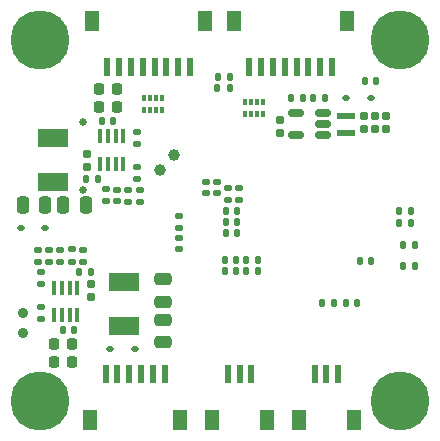
<source format=gbr>
%TF.GenerationSoftware,KiCad,Pcbnew,8.0.7*%
%TF.CreationDate,2025-02-13T13:50:40+08:00*%
%TF.ProjectId,NewSkyH7-Air,4e657753-6b79-4483-972d-4169722e6b69,rev?*%
%TF.SameCoordinates,Original*%
%TF.FileFunction,Soldermask,Bot*%
%TF.FilePolarity,Negative*%
%FSLAX46Y46*%
G04 Gerber Fmt 4.6, Leading zero omitted, Abs format (unit mm)*
G04 Created by KiCad (PCBNEW 8.0.7) date 2025-02-13 13:50:40*
%MOMM*%
%LPD*%
G01*
G04 APERTURE LIST*
G04 Aperture macros list*
%AMRoundRect*
0 Rectangle with rounded corners*
0 $1 Rounding radius*
0 $2 $3 $4 $5 $6 $7 $8 $9 X,Y pos of 4 corners*
0 Add a 4 corners polygon primitive as box body*
4,1,4,$2,$3,$4,$5,$6,$7,$8,$9,$2,$3,0*
0 Add four circle primitives for the rounded corners*
1,1,$1+$1,$2,$3*
1,1,$1+$1,$4,$5*
1,1,$1+$1,$6,$7*
1,1,$1+$1,$8,$9*
0 Add four rect primitives between the rounded corners*
20,1,$1+$1,$2,$3,$4,$5,0*
20,1,$1+$1,$4,$5,$6,$7,0*
20,1,$1+$1,$6,$7,$8,$9,0*
20,1,$1+$1,$8,$9,$2,$3,0*%
G04 Aperture macros list end*
%ADD10C,0.650000*%
%ADD11C,0.900000*%
%ADD12C,5.000000*%
%ADD13RoundRect,0.135000X0.185000X-0.135000X0.185000X0.135000X-0.185000X0.135000X-0.185000X-0.135000X0*%
%ADD14R,1.200000X1.800000*%
%ADD15R,0.600000X1.550000*%
%ADD16RoundRect,0.140000X-0.170000X0.140000X-0.170000X-0.140000X0.170000X-0.140000X0.170000X0.140000X0*%
%ADD17RoundRect,0.155000X-0.155000X0.212500X-0.155000X-0.212500X0.155000X-0.212500X0.155000X0.212500X0*%
%ADD18RoundRect,0.250000X-0.475000X0.250000X-0.475000X-0.250000X0.475000X-0.250000X0.475000X0.250000X0*%
%ADD19RoundRect,0.140000X0.140000X0.170000X-0.140000X0.170000X-0.140000X-0.170000X0.140000X-0.170000X0*%
%ADD20RoundRect,0.225000X-0.225000X-0.250000X0.225000X-0.250000X0.225000X0.250000X-0.225000X0.250000X0*%
%ADD21R,1.600000X0.550000*%
%ADD22RoundRect,0.225000X0.225000X0.250000X-0.225000X0.250000X-0.225000X-0.250000X0.225000X-0.250000X0*%
%ADD23R,0.320000X0.500000*%
%ADD24RoundRect,0.150000X0.512500X0.150000X-0.512500X0.150000X-0.512500X-0.150000X0.512500X-0.150000X0*%
%ADD25RoundRect,0.147500X0.147500X0.172500X-0.147500X0.172500X-0.147500X-0.172500X0.147500X-0.172500X0*%
%ADD26RoundRect,0.135000X-0.185000X0.135000X-0.185000X-0.135000X0.185000X-0.135000X0.185000X0.135000X0*%
%ADD27RoundRect,0.135000X0.135000X0.185000X-0.135000X0.185000X-0.135000X-0.185000X0.135000X-0.185000X0*%
%ADD28R,0.300000X1.300000*%
%ADD29RoundRect,0.112500X0.187500X0.112500X-0.187500X0.112500X-0.187500X-0.112500X0.187500X-0.112500X0*%
%ADD30C,1.000000*%
%ADD31RoundRect,0.135000X-0.135000X-0.185000X0.135000X-0.185000X0.135000X0.185000X-0.135000X0.185000X0*%
%ADD32RoundRect,0.112500X-0.187500X-0.112500X0.187500X-0.112500X0.187500X0.112500X-0.187500X0.112500X0*%
%ADD33R,2.500000X1.500000*%
%ADD34RoundRect,0.140000X0.170000X-0.140000X0.170000X0.140000X-0.170000X0.140000X-0.170000X-0.140000X0*%
%ADD35RoundRect,0.250000X0.250000X0.475000X-0.250000X0.475000X-0.250000X-0.475000X0.250000X-0.475000X0*%
%ADD36RoundRect,0.250000X-0.250000X-0.475000X0.250000X-0.475000X0.250000X0.475000X-0.250000X0.475000X0*%
%ADD37RoundRect,0.155000X0.155000X-0.212500X0.155000X0.212500X-0.155000X0.212500X-0.155000X-0.212500X0*%
%ADD38RoundRect,0.250000X0.475000X-0.250000X0.475000X0.250000X-0.475000X0.250000X-0.475000X-0.250000X0*%
%ADD39RoundRect,0.140000X-0.140000X-0.170000X0.140000X-0.170000X0.140000X0.170000X-0.140000X0.170000X0*%
G04 APERTURE END LIST*
D10*
%TO.C,U4*%
X132103500Y-73200000D03*
X132103500Y-78980000D03*
%TD*%
D11*
%TO.C,SW1*%
X127010000Y-91110000D03*
X127010000Y-89410000D03*
%TD*%
D12*
%TO.C,J1*%
X128455000Y-66305000D03*
X128455000Y-96805000D03*
X158955000Y-66305000D03*
X158955000Y-96805000D03*
%TD*%
D13*
%TO.C,R15*%
X129255000Y-85060000D03*
X129255000Y-84040000D03*
%TD*%
D14*
%TO.C,J2*%
X132850000Y-64691750D03*
X142450000Y-64691750D03*
D15*
X134150000Y-68566750D03*
X135150000Y-68566750D03*
X136150000Y-68566750D03*
X137150000Y-68566750D03*
X138150000Y-68566750D03*
X139150000Y-68566750D03*
X140150000Y-68566750D03*
X141150000Y-68566750D03*
%TD*%
D16*
%TO.C,C26*%
X135005000Y-78950000D03*
X135005000Y-79910000D03*
%TD*%
D17*
%TO.C,C30*%
X155910000Y-72707500D03*
X155910000Y-73842500D03*
%TD*%
D18*
%TO.C,C34*%
X138880000Y-86545000D03*
X138880000Y-88445000D03*
%TD*%
D19*
%TO.C,C43*%
X145150000Y-81640000D03*
X144190000Y-81640000D03*
%TD*%
D20*
%TO.C,C19*%
X129605000Y-92050000D03*
X131155000Y-92050000D03*
%TD*%
D21*
%TO.C,L1*%
X154400000Y-74130000D03*
X154400000Y-72680000D03*
%TD*%
D22*
%TO.C,C20*%
X134960000Y-70450000D03*
X133410000Y-70450000D03*
%TD*%
D23*
%TO.C,RN1*%
X138745000Y-72225000D03*
X138245000Y-72225000D03*
X137745000Y-72225000D03*
X137245000Y-72225000D03*
X137245000Y-71225000D03*
X137745000Y-71225000D03*
X138245000Y-71225000D03*
X138745000Y-71225000D03*
%TD*%
D24*
%TO.C,U2*%
X152437500Y-72442500D03*
X152437500Y-73392500D03*
X152437500Y-74342500D03*
X150162500Y-74342500D03*
X150162500Y-72442500D03*
%TD*%
D14*
%TO.C,J9*%
X140310000Y-98435000D03*
X132710000Y-98435000D03*
D15*
X139010000Y-94560000D03*
X138010000Y-94560000D03*
X137010000Y-94560000D03*
X136010000Y-94560000D03*
X135010000Y-94560000D03*
X134010000Y-94560000D03*
%TD*%
D25*
%TO.C,FB1*%
X146895000Y-85800000D03*
X145925000Y-85800000D03*
%TD*%
D23*
%TO.C,RN2*%
X147330000Y-72540000D03*
X146830000Y-72540000D03*
X146330000Y-72540000D03*
X145830000Y-72540000D03*
X145830000Y-71540000D03*
X146330000Y-71540000D03*
X146830000Y-71540000D03*
X147330000Y-71540000D03*
%TD*%
D26*
%TO.C,R1*%
X140260000Y-81165000D03*
X140260000Y-82185000D03*
%TD*%
D27*
%TO.C,R10*%
X150695000Y-71215000D03*
X149675000Y-71215000D03*
%TD*%
D13*
%TO.C,R5*%
X132075000Y-85035000D03*
X132075000Y-84015000D03*
%TD*%
D14*
%TO.C,J33*%
X147655000Y-98435000D03*
X143055000Y-98435000D03*
D15*
X146355000Y-94560000D03*
X145355000Y-94560000D03*
X144355000Y-94560000D03*
%TD*%
D13*
%TO.C,R6*%
X128535000Y-89890000D03*
X128535000Y-88870000D03*
%TD*%
D19*
%TO.C,C42*%
X153330000Y-88510000D03*
X152370000Y-88510000D03*
%TD*%
D13*
%TO.C,R11*%
X128515000Y-86965000D03*
X128515000Y-85945000D03*
%TD*%
D27*
%TO.C,R14*%
X133405000Y-78030000D03*
X132385000Y-78030000D03*
%TD*%
D19*
%TO.C,C37*%
X156500000Y-85000000D03*
X155540000Y-85000000D03*
%TD*%
D26*
%TO.C,R33*%
X145305000Y-78805000D03*
X145305000Y-79825000D03*
%TD*%
D28*
%TO.C,IC5*%
X135510000Y-76730000D03*
X134860000Y-76730000D03*
X134210000Y-76730000D03*
X133560000Y-76730000D03*
X133560000Y-74430000D03*
X134210000Y-74430000D03*
X134860000Y-74430000D03*
X135510000Y-74430000D03*
%TD*%
D20*
%TO.C,C18*%
X129605000Y-93510000D03*
X131155000Y-93510000D03*
%TD*%
D28*
%TO.C,IC4*%
X129655000Y-87235000D03*
X130305000Y-87235000D03*
X130955000Y-87235000D03*
X131605000Y-87235000D03*
X131605000Y-89535000D03*
X130955000Y-89535000D03*
X130305000Y-89535000D03*
X129655000Y-89535000D03*
%TD*%
D26*
%TO.C,R4*%
X131140000Y-84010000D03*
X131140000Y-85030000D03*
%TD*%
D16*
%TO.C,C44*%
X140240000Y-83040000D03*
X140240000Y-84000000D03*
%TD*%
D26*
%TO.C,R16*%
X135940000Y-78935000D03*
X135940000Y-79955000D03*
%TD*%
D29*
%TO.C,D2*%
X128910000Y-82190000D03*
X126810000Y-82190000D03*
%TD*%
D30*
%TO.C,TP1*%
X139780000Y-76040000D03*
%TD*%
D19*
%TO.C,C49*%
X159835000Y-81800000D03*
X158875000Y-81800000D03*
%TD*%
D17*
%TO.C,C36*%
X156830000Y-72697500D03*
X156830000Y-73832500D03*
%TD*%
D22*
%TO.C,C22*%
X134960000Y-71920000D03*
X133410000Y-71920000D03*
%TD*%
D27*
%TO.C,R32*%
X160232500Y-83620000D03*
X159212500Y-83620000D03*
%TD*%
D31*
%TO.C,R20*%
X143480000Y-70370000D03*
X144500000Y-70370000D03*
%TD*%
D32*
%TO.C,D1*%
X134372500Y-92455000D03*
X136472500Y-92455000D03*
%TD*%
D33*
%TO.C,L3*%
X129585000Y-74560000D03*
X129585000Y-78260000D03*
%TD*%
D19*
%TO.C,C9*%
X145150000Y-82580000D03*
X144190000Y-82580000D03*
%TD*%
D27*
%TO.C,R9*%
X152575000Y-71215000D03*
X151555000Y-71215000D03*
%TD*%
D17*
%TO.C,C27*%
X132730000Y-86897500D03*
X132730000Y-88032500D03*
%TD*%
D34*
%TO.C,C4*%
X142510000Y-79215000D03*
X142510000Y-78255000D03*
%TD*%
D26*
%TO.C,R13*%
X136635000Y-77030000D03*
X136635000Y-78050000D03*
%TD*%
D34*
%TO.C,C5*%
X143430000Y-79215000D03*
X143430000Y-78255000D03*
%TD*%
D26*
%TO.C,R3*%
X144365000Y-78785000D03*
X144365000Y-79805000D03*
%TD*%
D31*
%TO.C,R22*%
X158845000Y-80710000D03*
X159865000Y-80710000D03*
%TD*%
D19*
%TO.C,C10*%
X156930000Y-69780000D03*
X155970000Y-69780000D03*
%TD*%
D13*
%TO.C,R17*%
X128310000Y-85070000D03*
X128310000Y-84050000D03*
%TD*%
D26*
%TO.C,R18*%
X136880000Y-78935000D03*
X136880000Y-79955000D03*
%TD*%
D29*
%TO.C,D3*%
X156465000Y-71210000D03*
X154365000Y-71210000D03*
%TD*%
D33*
%TO.C,L2*%
X135550000Y-86770000D03*
X135550000Y-90470000D03*
%TD*%
D19*
%TO.C,C7*%
X145050000Y-84880000D03*
X144090000Y-84880000D03*
%TD*%
D31*
%TO.C,R12*%
X131745000Y-85920000D03*
X132765000Y-85920000D03*
%TD*%
D35*
%TO.C,C32*%
X132315000Y-80250000D03*
X130415000Y-80250000D03*
%TD*%
D17*
%TO.C,C33*%
X157752500Y-72695000D03*
X157752500Y-73830000D03*
%TD*%
D36*
%TO.C,C35*%
X127005000Y-80250000D03*
X128905000Y-80250000D03*
%TD*%
D19*
%TO.C,C8*%
X145050000Y-85800000D03*
X144090000Y-85800000D03*
%TD*%
D26*
%TO.C,R7*%
X136640000Y-74030000D03*
X136640000Y-75050000D03*
%TD*%
D19*
%TO.C,C6*%
X145150000Y-80720000D03*
X144190000Y-80720000D03*
%TD*%
D14*
%TO.C,J34*%
X155000000Y-98435000D03*
X150400000Y-98435000D03*
D15*
X153700000Y-94560000D03*
X152700000Y-94560000D03*
X151700000Y-94560000D03*
%TD*%
D37*
%TO.C,C24*%
X148767500Y-74170000D03*
X148767500Y-73035000D03*
%TD*%
D38*
%TO.C,C31*%
X138880000Y-91865000D03*
X138880000Y-89965000D03*
%TD*%
D19*
%TO.C,C23*%
X134665000Y-73110000D03*
X133705000Y-73110000D03*
%TD*%
D27*
%TO.C,R19*%
X144510000Y-69430000D03*
X143490000Y-69430000D03*
%TD*%
D37*
%TO.C,C28*%
X132435000Y-77037500D03*
X132435000Y-75902500D03*
%TD*%
D30*
%TO.C,TP2*%
X138630000Y-77280000D03*
%TD*%
D39*
%TO.C,C45*%
X145920000Y-84880000D03*
X146880000Y-84880000D03*
%TD*%
D14*
%TO.C,J28*%
X144885000Y-64691750D03*
X154485000Y-64691750D03*
D15*
X146185000Y-68566750D03*
X147185000Y-68566750D03*
X148185000Y-68566750D03*
X149185000Y-68566750D03*
X150185000Y-68566750D03*
X151185000Y-68566750D03*
X152185000Y-68566750D03*
X153185000Y-68566750D03*
%TD*%
D13*
%TO.C,R8*%
X134075000Y-79940000D03*
X134075000Y-78920000D03*
%TD*%
D34*
%TO.C,C25*%
X130180000Y-85050000D03*
X130180000Y-84090000D03*
%TD*%
D39*
%TO.C,C21*%
X130360000Y-90825000D03*
X131320000Y-90825000D03*
%TD*%
D27*
%TO.C,R21*%
X160245000Y-85405000D03*
X159225000Y-85405000D03*
%TD*%
D19*
%TO.C,C40*%
X155310000Y-88520000D03*
X154350000Y-88520000D03*
%TD*%
M02*

</source>
